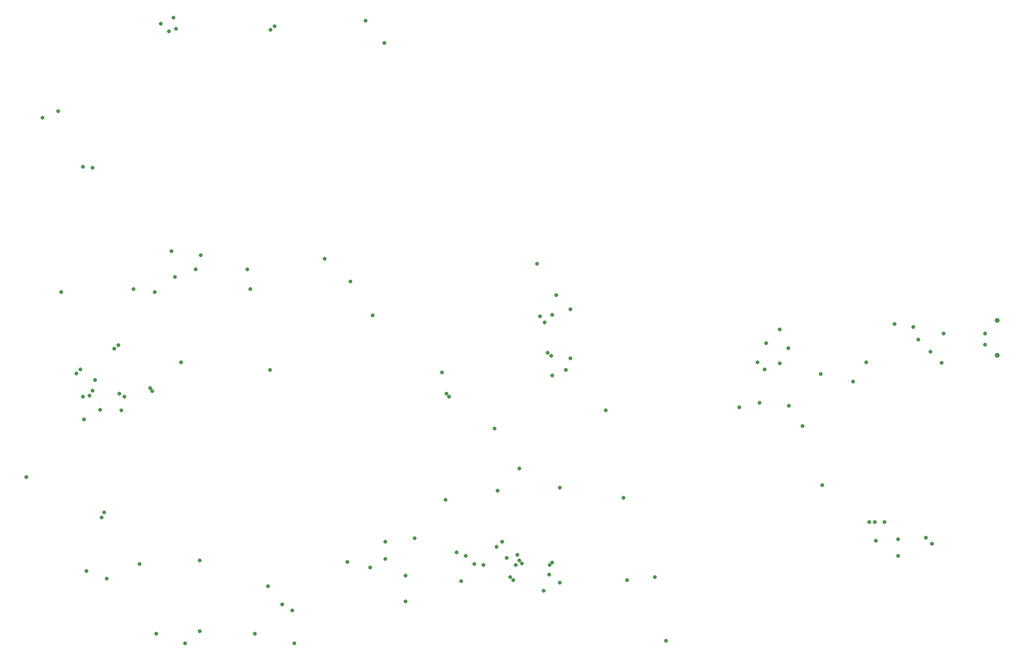
<source format=gbr>
G04 EAGLE Gerber RS-274X export*
G75*
%MOMM*%
%FSLAX34Y34*%
%LPD*%
%INSoldermask Bottom*%
%IPPOS*%
%AMOC8*
5,1,8,0,0,1.08239X$1,22.5*%
G01*
G04 Define Apertures*
%ADD10C,0.853200*%
%ADD11C,0.655600*%
D10*
X1646778Y514100D03*
X1646778Y571900D03*
D11*
X210185Y163830D03*
X155575Y139700D03*
X246380Y1069340D03*
X259715Y1056005D03*
X104775Y483235D03*
X111125Y489585D03*
X622300Y201295D03*
X622300Y172085D03*
X1534795Y519430D03*
X1553210Y501015D03*
X1256665Y490220D03*
X1245235Y501650D03*
X1296670Y525780D03*
X1320800Y394970D03*
X1282065Y499745D03*
X1405255Y469900D03*
X1514475Y539750D03*
X1626235Y531495D03*
X1556385Y549910D03*
X1626235Y549910D03*
X1474470Y565785D03*
X227965Y458470D03*
X1505585Y561340D03*
X716915Y484505D03*
X1259840Y534035D03*
X1282700Y556895D03*
X1426845Y501650D03*
X115570Y829310D03*
X115570Y444500D03*
X831215Y141605D03*
X1073150Y141605D03*
X403225Y46990D03*
X238125Y46990D03*
X449580Y95885D03*
X151130Y250190D03*
X131445Y827405D03*
X131445Y454660D03*
X671195Y207010D03*
X47625Y911225D03*
X127000Y445770D03*
X836295Y137160D03*
X1026795Y137160D03*
X469900Y31115D03*
X287020Y31115D03*
X121920Y152400D03*
X655955Y100965D03*
X722630Y271145D03*
X429260Y488950D03*
X168275Y524510D03*
X74295Y922655D03*
X79375Y619760D03*
X901065Y166370D03*
X809625Y287020D03*
X846455Y323850D03*
X741045Y183515D03*
X1020445Y274955D03*
X786130Y161925D03*
X913765Y291465D03*
X817245Y201295D03*
X808355Y192405D03*
X896620Y146050D03*
X749300Y135255D03*
X558800Y167005D03*
X596900Y158115D03*
X1214755Y426085D03*
X1248410Y434340D03*
X1351280Y482600D03*
X1297305Y428625D03*
X850900Y165100D03*
X264160Y688340D03*
X1443355Y203200D03*
X1457325Y234315D03*
X1527175Y208280D03*
X395605Y624205D03*
X200025Y624205D03*
X899795Y513080D03*
X563880Y637540D03*
X991235Y421640D03*
X923925Y488950D03*
X1480185Y177800D03*
X1480185Y205105D03*
X1537335Y198120D03*
X391160Y657860D03*
X304165Y657860D03*
X893445Y517525D03*
X901700Y480060D03*
X804545Y390525D03*
X520065Y675005D03*
X269875Y644525D03*
X1353185Y295910D03*
X1441450Y234315D03*
X1431925Y234315D03*
X236220Y619760D03*
X600710Y580390D03*
X429895Y1058545D03*
X436245Y1064895D03*
X280035Y501650D03*
X231775Y453390D03*
X466090Y85725D03*
X425450Y126365D03*
X840740Y161925D03*
X897255Y161925D03*
X311150Y51435D03*
X311150Y169545D03*
X914400Y132715D03*
X313055Y681355D03*
X588645Y1073785D03*
X146685Y241935D03*
X179705Y421640D03*
X655955Y144145D03*
X144145Y422275D03*
X20955Y309880D03*
X117475Y406400D03*
X887095Y119380D03*
X1092200Y35560D03*
X174625Y530860D03*
X846455Y170180D03*
X271145Y1060450D03*
X267335Y1079500D03*
X620395Y1036955D03*
X135890Y471805D03*
X932180Y508635D03*
X881380Y578485D03*
X176530Y448945D03*
X724535Y448945D03*
X876300Y666750D03*
X889000Y568325D03*
X901700Y581025D03*
X184785Y444500D03*
X728980Y444500D03*
X770890Y163830D03*
X756920Y177800D03*
X825500Y173990D03*
X842645Y179070D03*
X931545Y590550D03*
X908050Y614045D03*
M02*

</source>
